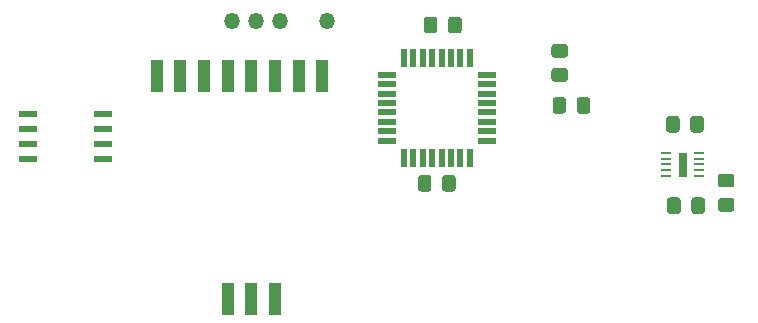
<source format=gbr>
G04 #@! TF.GenerationSoftware,KiCad,Pcbnew,(5.1.9-0-10_14)*
G04 #@! TF.CreationDate,2021-03-28T22:25:10+02:00*
G04 #@! TF.ProjectId,HB-ES-PMSw1-USB,48422d45-532d-4504-9d53-77312d555342,rev?*
G04 #@! TF.SameCoordinates,Original*
G04 #@! TF.FileFunction,Paste,Bot*
G04 #@! TF.FilePolarity,Positive*
%FSLAX46Y46*%
G04 Gerber Fmt 4.6, Leading zero omitted, Abs format (unit mm)*
G04 Created by KiCad (PCBNEW (5.1.9-0-10_14)) date 2021-03-28 22:25:10*
%MOMM*%
%LPD*%
G01*
G04 APERTURE LIST*
%ADD10C,0.010000*%
%ADD11R,1.625600X0.609600*%
%ADD12R,1.000000X2.750000*%
%ADD13R,0.840000X0.260000*%
%ADD14O,1.350000X1.350000*%
%ADD15R,1.600000X0.550000*%
%ADD16R,0.550000X1.600000*%
G04 APERTURE END LIST*
D10*
G36*
X90470000Y-49850000D02*
G01*
X91130000Y-49850000D01*
X91130000Y-47950000D01*
X90470000Y-47950000D01*
X90470000Y-49850000D01*
G37*
X90470000Y-49850000D02*
X91130000Y-49850000D01*
X91130000Y-47950000D01*
X90470000Y-47950000D01*
X90470000Y-49850000D01*
G36*
G01*
X69550000Y-50049999D02*
X69550000Y-50950001D01*
G75*
G02*
X69300001Y-51200000I-249999J0D01*
G01*
X68649999Y-51200000D01*
G75*
G02*
X68400000Y-50950001I0J249999D01*
G01*
X68400000Y-50049999D01*
G75*
G02*
X68649999Y-49800000I249999J0D01*
G01*
X69300001Y-49800000D01*
G75*
G02*
X69550000Y-50049999I0J-249999D01*
G01*
G37*
G36*
G01*
X71600000Y-50049999D02*
X71600000Y-50950001D01*
G75*
G02*
X71350001Y-51200000I-249999J0D01*
G01*
X70699999Y-51200000D01*
G75*
G02*
X70450000Y-50950001I0J249999D01*
G01*
X70450000Y-50049999D01*
G75*
G02*
X70699999Y-49800000I249999J0D01*
G01*
X71350001Y-49800000D01*
G75*
G02*
X71600000Y-50049999I0J-249999D01*
G01*
G37*
D11*
X41710000Y-48440000D03*
X41710000Y-47170000D03*
X41710000Y-45900000D03*
X41710000Y-44630000D03*
X35360000Y-44630000D03*
X35360000Y-45900000D03*
X35360000Y-47170000D03*
X35360000Y-48440000D03*
D12*
X60300000Y-41400000D03*
X58300000Y-41400000D03*
X56300000Y-41400000D03*
X56300000Y-60300000D03*
X54300000Y-41400000D03*
X54300000Y-60300000D03*
X52300000Y-41400000D03*
X52300000Y-60300000D03*
X50300000Y-41400000D03*
X48300000Y-41400000D03*
X46300000Y-41400000D03*
G36*
G01*
X94049999Y-51750000D02*
X94950001Y-51750000D01*
G75*
G02*
X95200000Y-51999999I0J-249999D01*
G01*
X95200000Y-52650001D01*
G75*
G02*
X94950001Y-52900000I-249999J0D01*
G01*
X94049999Y-52900000D01*
G75*
G02*
X93800000Y-52650001I0J249999D01*
G01*
X93800000Y-51999999D01*
G75*
G02*
X94049999Y-51750000I249999J0D01*
G01*
G37*
G36*
G01*
X94049999Y-49700000D02*
X94950001Y-49700000D01*
G75*
G02*
X95200000Y-49949999I0J-249999D01*
G01*
X95200000Y-50600001D01*
G75*
G02*
X94950001Y-50850000I-249999J0D01*
G01*
X94049999Y-50850000D01*
G75*
G02*
X93800000Y-50600001I0J249999D01*
G01*
X93800000Y-49949999D01*
G75*
G02*
X94049999Y-49700000I249999J0D01*
G01*
G37*
G36*
G01*
X90550000Y-45049999D02*
X90550000Y-45950001D01*
G75*
G02*
X90300001Y-46200000I-249999J0D01*
G01*
X89649999Y-46200000D01*
G75*
G02*
X89400000Y-45950001I0J249999D01*
G01*
X89400000Y-45049999D01*
G75*
G02*
X89649999Y-44800000I249999J0D01*
G01*
X90300001Y-44800000D01*
G75*
G02*
X90550000Y-45049999I0J-249999D01*
G01*
G37*
G36*
G01*
X92600000Y-45049999D02*
X92600000Y-45950001D01*
G75*
G02*
X92350001Y-46200000I-249999J0D01*
G01*
X91699999Y-46200000D01*
G75*
G02*
X91450000Y-45950001I0J249999D01*
G01*
X91450000Y-45049999D01*
G75*
G02*
X91699999Y-44800000I249999J0D01*
G01*
X92350001Y-44800000D01*
G75*
G02*
X92600000Y-45049999I0J-249999D01*
G01*
G37*
G36*
G01*
X90650000Y-51949999D02*
X90650000Y-52850001D01*
G75*
G02*
X90400001Y-53100000I-249999J0D01*
G01*
X89749999Y-53100000D01*
G75*
G02*
X89500000Y-52850001I0J249999D01*
G01*
X89500000Y-51949999D01*
G75*
G02*
X89749999Y-51700000I249999J0D01*
G01*
X90400001Y-51700000D01*
G75*
G02*
X90650000Y-51949999I0J-249999D01*
G01*
G37*
G36*
G01*
X92700000Y-51949999D02*
X92700000Y-52850001D01*
G75*
G02*
X92450001Y-53100000I-249999J0D01*
G01*
X91799999Y-53100000D01*
G75*
G02*
X91550000Y-52850001I0J249999D01*
G01*
X91550000Y-51949999D01*
G75*
G02*
X91799999Y-51700000I249999J0D01*
G01*
X92450001Y-51700000D01*
G75*
G02*
X92700000Y-51949999I0J-249999D01*
G01*
G37*
D13*
X92235000Y-49900000D03*
X92235000Y-49400000D03*
X92235000Y-48900000D03*
X92235000Y-48400000D03*
X92235000Y-47900000D03*
X89365000Y-47900000D03*
X89365000Y-48400000D03*
X89365000Y-48900000D03*
X89365000Y-49400000D03*
X89365000Y-49900000D03*
D14*
X60700000Y-36800000D03*
X56700000Y-36800000D03*
X54700000Y-36800000D03*
X52700000Y-36800000D03*
D15*
X74250000Y-46900000D03*
X74250000Y-46100000D03*
X74250000Y-45300000D03*
X74250000Y-44500000D03*
X74250000Y-43700000D03*
X74250000Y-42900000D03*
X74250000Y-42100000D03*
X74250000Y-41300000D03*
D16*
X72800000Y-39850000D03*
X72000000Y-39850000D03*
X71200000Y-39850000D03*
X70400000Y-39850000D03*
X69600000Y-39850000D03*
X68800000Y-39850000D03*
X68000000Y-39850000D03*
X67200000Y-39850000D03*
D15*
X65750000Y-41300000D03*
X65750000Y-42100000D03*
X65750000Y-42900000D03*
X65750000Y-43700000D03*
X65750000Y-44500000D03*
X65750000Y-45300000D03*
X65750000Y-46100000D03*
X65750000Y-46900000D03*
D16*
X67200000Y-48350000D03*
X68000000Y-48350000D03*
X68800000Y-48350000D03*
X69600000Y-48350000D03*
X70400000Y-48350000D03*
X71200000Y-48350000D03*
X72000000Y-48350000D03*
X72800000Y-48350000D03*
G36*
G01*
X80950000Y-43449999D02*
X80950000Y-44350001D01*
G75*
G02*
X80700001Y-44600000I-249999J0D01*
G01*
X80049999Y-44600000D01*
G75*
G02*
X79800000Y-44350001I0J249999D01*
G01*
X79800000Y-43449999D01*
G75*
G02*
X80049999Y-43200000I249999J0D01*
G01*
X80700001Y-43200000D01*
G75*
G02*
X80950000Y-43449999I0J-249999D01*
G01*
G37*
G36*
G01*
X83000000Y-43449999D02*
X83000000Y-44350001D01*
G75*
G02*
X82750001Y-44600000I-249999J0D01*
G01*
X82099999Y-44600000D01*
G75*
G02*
X81850000Y-44350001I0J249999D01*
G01*
X81850000Y-43449999D01*
G75*
G02*
X82099999Y-43200000I249999J0D01*
G01*
X82750001Y-43200000D01*
G75*
G02*
X83000000Y-43449999I0J-249999D01*
G01*
G37*
G36*
G01*
X79949999Y-40750000D02*
X80850001Y-40750000D01*
G75*
G02*
X81100000Y-40999999I0J-249999D01*
G01*
X81100000Y-41650001D01*
G75*
G02*
X80850001Y-41900000I-249999J0D01*
G01*
X79949999Y-41900000D01*
G75*
G02*
X79700000Y-41650001I0J249999D01*
G01*
X79700000Y-40999999D01*
G75*
G02*
X79949999Y-40750000I249999J0D01*
G01*
G37*
G36*
G01*
X79949999Y-38700000D02*
X80850001Y-38700000D01*
G75*
G02*
X81100000Y-38949999I0J-249999D01*
G01*
X81100000Y-39600001D01*
G75*
G02*
X80850001Y-39850000I-249999J0D01*
G01*
X79949999Y-39850000D01*
G75*
G02*
X79700000Y-39600001I0J249999D01*
G01*
X79700000Y-38949999D01*
G75*
G02*
X79949999Y-38700000I249999J0D01*
G01*
G37*
G36*
G01*
X70950000Y-37550001D02*
X70950000Y-36649999D01*
G75*
G02*
X71199999Y-36400000I249999J0D01*
G01*
X71850001Y-36400000D01*
G75*
G02*
X72100000Y-36649999I0J-249999D01*
G01*
X72100000Y-37550001D01*
G75*
G02*
X71850001Y-37800000I-249999J0D01*
G01*
X71199999Y-37800000D01*
G75*
G02*
X70950000Y-37550001I0J249999D01*
G01*
G37*
G36*
G01*
X68900000Y-37550001D02*
X68900000Y-36649999D01*
G75*
G02*
X69149999Y-36400000I249999J0D01*
G01*
X69800001Y-36400000D01*
G75*
G02*
X70050000Y-36649999I0J-249999D01*
G01*
X70050000Y-37550001D01*
G75*
G02*
X69800001Y-37800000I-249999J0D01*
G01*
X69149999Y-37800000D01*
G75*
G02*
X68900000Y-37550001I0J249999D01*
G01*
G37*
M02*

</source>
